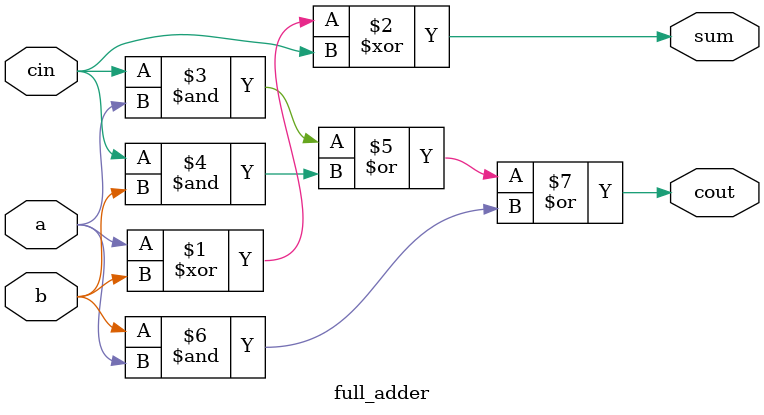
<source format=v>
/*
 * Generated by Digital. Don't modify this file!
 * Any changes will be lost if this file is regenerated.
 */

module full_adder (
  input a,
  input cin,
  input b,
  output sum,
  output cout
);
  assign sum = (a ^ b ^ cin);
  assign cout = ((cin & a) | (cin & b) | (b & a));
endmodule

</source>
